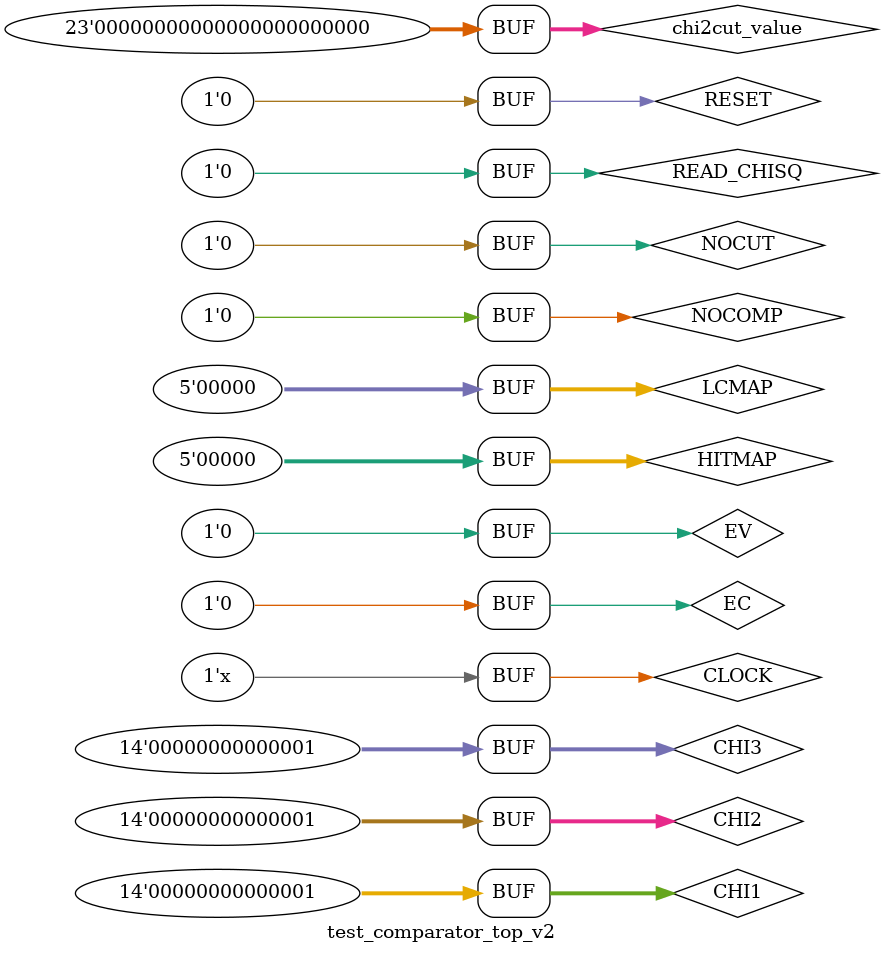
<source format=v>
`timescale 1ns / 1ps


module test_comparator_top_v2;

	// Inputs
	reg [13:0] CHI1;
	reg [13:0] CHI2;
	reg [13:0] CHI3;
	reg CLOCK;
	reg [4:0] LCMAP;
	reg [4:0] HITMAP;
	reg EV;
	reg EC;
	reg RESET;
	reg NOCOMP;
	reg READ_CHISQ;
	reg NOCUT;
	reg [22:0] chi2cut_value;

	// Outputs
	wire [10:0] CHISQ_OUT;
	wire BEST_READY;
	wire BETTER;
	wire EMPTY;
	wire SCROLL;
	wire CHICOMP_CE;
	wire CHICOMP_RES;
	wire chicomp_result_out;
	wire [15:0] chi2_out;

	// Instantiate the Unit Under Test (UUT)
	comparator_top_v2 uut (
		.CHI1(CHI1), 
		.CHI2(CHI2), 
		.CHI3(CHI3), 
		.CLOCK(CLOCK), 
		.LCMAP(LCMAP), 
		.HITMAP(HITMAP), 
		.EV(EV), 
		.EC(EC), 
		.CHISQ_OUT(CHISQ_OUT), 
		.RESET(RESET), 
		.NOCOMP(NOCOMP), 
		.BEST_READY(BEST_READY), 
		.BETTER(BETTER), 
		.READ_CHISQ(READ_CHISQ), 
		.EMPTY(EMPTY), 
		.SCROLL(SCROLL), 
		.NOCUT(NOCUT), 
		.CHICOMP_CE(CHICOMP_CE), 
		.CHICOMP_RES(CHICOMP_RES), 
		.chi2cut_value(chi2cut_value), 
		.chicomp_result_out(chicomp_result_out), 
		.chi2_out(chi2_out)
	);

	initial begin
		// Initialize Inputs
		CHI1 = 1;
		CHI2 = 1;
		CHI3 = 1;
		CLOCK = 0;
		LCMAP = 0;
		HITMAP = 0;
		EV = 0;
		EC = 0;
		RESET = 0;
		NOCOMP = 0;
		READ_CHISQ = 0;
		NOCUT = 0;
		chi2cut_value = 0;

		// Wait 100 ns for global reset to finish
		#100;
        
		// Add stimulus here

	end
    
always begin
	#10 CLOCK = ~CLOCK;
end
endmodule


</source>
